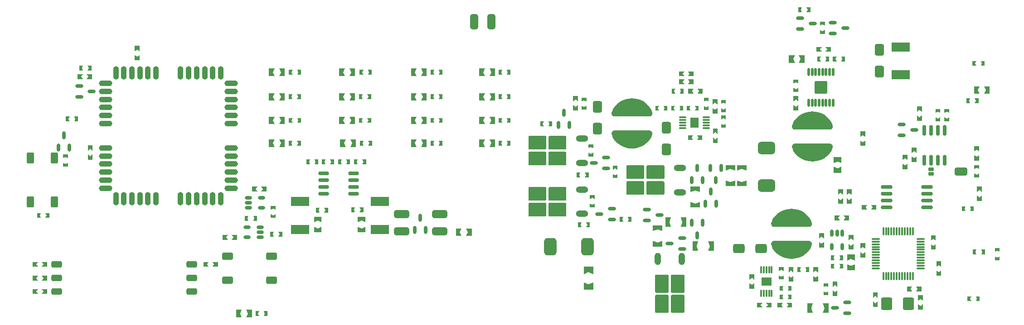
<source format=gtp>
G04*
G04 #@! TF.GenerationSoftware,Altium Limited,Altium Designer,19.1.6 (110)*
G04*
G04 Layer_Color=8421504*
%FSLAX24Y24*%
%MOIN*%
G70*
G01*
G75*
G04:AMPARAMS|DCode=25|XSize=96.5mil|YSize=90.6mil|CornerRadius=9.1mil|HoleSize=0mil|Usage=FLASHONLY|Rotation=90.000|XOffset=0mil|YOffset=0mil|HoleType=Round|Shape=RoundedRectangle|*
%AMROUNDEDRECTD25*
21,1,0.0965,0.0724,0,0,90.0*
21,1,0.0783,0.0906,0,0,90.0*
1,1,0.0181,0.0362,0.0392*
1,1,0.0181,0.0362,-0.0392*
1,1,0.0181,-0.0362,-0.0392*
1,1,0.0181,-0.0362,0.0392*
%
%ADD25ROUNDEDRECTD25*%
%ADD26O,0.0281X0.0591*%
G04:AMPARAMS|DCode=27|XSize=82.7mil|YSize=55.1mil|CornerRadius=13.8mil|HoleSize=0mil|Usage=FLASHONLY|Rotation=90.000|XOffset=0mil|YOffset=0mil|HoleType=Round|Shape=RoundedRectangle|*
%AMROUNDEDRECTD27*
21,1,0.0827,0.0276,0,0,90.0*
21,1,0.0551,0.0551,0,0,90.0*
1,1,0.0276,0.0138,0.0276*
1,1,0.0276,0.0138,-0.0276*
1,1,0.0276,-0.0138,-0.0276*
1,1,0.0276,-0.0138,0.0276*
%
%ADD27ROUNDEDRECTD27*%
%ADD28O,0.0800X0.0295*%
%ADD29O,0.0591X0.0281*%
%ADD30R,0.1339X0.0709*%
G04:AMPARAMS|DCode=31|XSize=86.6mil|YSize=68.9mil|CornerRadius=17.2mil|HoleSize=0mil|Usage=FLASHONLY|Rotation=270.000|XOffset=0mil|YOffset=0mil|HoleType=Round|Shape=RoundedRectangle|*
%AMROUNDEDRECTD31*
21,1,0.0866,0.0344,0,0,270.0*
21,1,0.0522,0.0689,0,0,270.0*
1,1,0.0344,-0.0172,-0.0261*
1,1,0.0344,-0.0172,0.0261*
1,1,0.0344,0.0172,0.0261*
1,1,0.0344,0.0172,-0.0261*
%
%ADD31ROUNDEDRECTD31*%
G04:AMPARAMS|DCode=32|XSize=110.2mil|YSize=59.1mil|CornerRadius=14.8mil|HoleSize=0mil|Usage=FLASHONLY|Rotation=0.000|XOffset=0mil|YOffset=0mil|HoleType=Round|Shape=RoundedRectangle|*
%AMROUNDEDRECTD32*
21,1,0.1102,0.0295,0,0,0.0*
21,1,0.0807,0.0591,0,0,0.0*
1,1,0.0295,0.0404,-0.0148*
1,1,0.0295,-0.0404,-0.0148*
1,1,0.0295,-0.0404,0.0148*
1,1,0.0295,0.0404,0.0148*
%
%ADD32ROUNDEDRECTD32*%
G04:AMPARAMS|DCode=33|XSize=82.7mil|YSize=55.1mil|CornerRadius=13.8mil|HoleSize=0mil|Usage=FLASHONLY|Rotation=0.000|XOffset=0mil|YOffset=0mil|HoleType=Round|Shape=RoundedRectangle|*
%AMROUNDEDRECTD33*
21,1,0.0827,0.0276,0,0,0.0*
21,1,0.0551,0.0551,0,0,0.0*
1,1,0.0276,0.0276,-0.0138*
1,1,0.0276,-0.0276,-0.0138*
1,1,0.0276,-0.0276,0.0138*
1,1,0.0276,0.0276,0.0138*
%
%ADD33ROUNDEDRECTD33*%
%ADD34O,0.0531X0.0236*%
G04:AMPARAMS|DCode=35|XSize=110.2mil|YSize=59.1mil|CornerRadius=14.8mil|HoleSize=0mil|Usage=FLASHONLY|Rotation=90.000|XOffset=0mil|YOffset=0mil|HoleType=Round|Shape=RoundedRectangle|*
%AMROUNDEDRECTD35*
21,1,0.1102,0.0295,0,0,90.0*
21,1,0.0807,0.0591,0,0,90.0*
1,1,0.0295,0.0148,0.0404*
1,1,0.0295,0.0148,-0.0404*
1,1,0.0295,-0.0148,-0.0404*
1,1,0.0295,-0.0148,0.0404*
%
%ADD35ROUNDEDRECTD35*%
%ADD36O,0.0984X0.0433*%
%ADD37O,0.0433X0.0984*%
%ADD38O,0.0177X0.0591*%
G04:AMPARAMS|DCode=39|XSize=128mil|YSize=90.6mil|CornerRadius=22.6mil|HoleSize=0mil|Usage=FLASHONLY|Rotation=180.000|XOffset=0mil|YOffset=0mil|HoleType=Round|Shape=RoundedRectangle|*
%AMROUNDEDRECTD39*
21,1,0.1280,0.0453,0,0,180.0*
21,1,0.0827,0.0906,0,0,180.0*
1,1,0.0453,-0.0413,0.0226*
1,1,0.0453,0.0413,0.0226*
1,1,0.0453,0.0413,-0.0226*
1,1,0.0453,-0.0413,-0.0226*
%
%ADD39ROUNDEDRECTD39*%
%ADD40O,0.0850X0.0295*%
%ADD41O,0.0236X0.0531*%
G04:AMPARAMS|DCode=42|XSize=43.3mil|YSize=23.6mil|CornerRadius=5.9mil|HoleSize=0mil|Usage=FLASHONLY|Rotation=0.000|XOffset=0mil|YOffset=0mil|HoleType=Round|Shape=RoundedRectangle|*
%AMROUNDEDRECTD42*
21,1,0.0433,0.0118,0,0,0.0*
21,1,0.0315,0.0236,0,0,0.0*
1,1,0.0118,0.0157,-0.0059*
1,1,0.0118,-0.0157,-0.0059*
1,1,0.0118,-0.0157,0.0059*
1,1,0.0118,0.0157,0.0059*
%
%ADD42ROUNDEDRECTD42*%
G04:AMPARAMS|DCode=43|XSize=94.5mil|YSize=59.1mil|CornerRadius=14.8mil|HoleSize=0mil|Usage=FLASHONLY|Rotation=0.000|XOffset=0mil|YOffset=0mil|HoleType=Round|Shape=RoundedRectangle|*
%AMROUNDEDRECTD43*
21,1,0.0945,0.0295,0,0,0.0*
21,1,0.0650,0.0591,0,0,0.0*
1,1,0.0295,0.0325,-0.0148*
1,1,0.0295,-0.0325,-0.0148*
1,1,0.0295,-0.0325,0.0148*
1,1,0.0295,0.0325,0.0148*
%
%ADD43ROUNDEDRECTD43*%
%ADD44O,0.0295X0.0800*%
%ADD45O,0.0630X0.0118*%
%ADD46O,0.0118X0.0630*%
G04:AMPARAMS|DCode=47|XSize=90.6mil|YSize=82.7mil|CornerRadius=12.4mil|HoleSize=0mil|Usage=FLASHONLY|Rotation=90.000|XOffset=0mil|YOffset=0mil|HoleType=Round|Shape=RoundedRectangle|*
%AMROUNDEDRECTD47*
21,1,0.0906,0.0579,0,0,90.0*
21,1,0.0657,0.0827,0,0,90.0*
1,1,0.0248,0.0289,0.0329*
1,1,0.0248,0.0289,-0.0329*
1,1,0.0248,-0.0289,-0.0329*
1,1,0.0248,-0.0289,0.0329*
%
%ADD47ROUNDEDRECTD47*%
%ADD48O,0.0906X0.0454*%
%ADD49O,0.0571X0.0118*%
%ADD50R,0.0610X0.0728*%
G04:AMPARAMS|DCode=51|XSize=86.6mil|YSize=68.9mil|CornerRadius=17.2mil|HoleSize=0mil|Usage=FLASHONLY|Rotation=0.000|XOffset=0mil|YOffset=0mil|HoleType=Round|Shape=RoundedRectangle|*
%AMROUNDEDRECTD51*
21,1,0.0866,0.0344,0,0,0.0*
21,1,0.0522,0.0689,0,0,0.0*
1,1,0.0344,0.0261,-0.0172*
1,1,0.0344,-0.0261,-0.0172*
1,1,0.0344,-0.0261,0.0172*
1,1,0.0344,0.0261,0.0172*
%
%ADD51ROUNDEDRECTD51*%
%ADD52O,0.0118X0.0571*%
%ADD53R,0.0728X0.0610*%
%ADD54O,0.0454X0.0906*%
G04:AMPARAMS|DCode=55|XSize=128mil|YSize=90.6mil|CornerRadius=22.6mil|HoleSize=0mil|Usage=FLASHONLY|Rotation=90.000|XOffset=0mil|YOffset=0mil|HoleType=Round|Shape=RoundedRectangle|*
%AMROUNDEDRECTD55*
21,1,0.1280,0.0453,0,0,90.0*
21,1,0.0827,0.0906,0,0,90.0*
1,1,0.0453,0.0226,0.0413*
1,1,0.0453,0.0226,-0.0413*
1,1,0.0453,-0.0226,-0.0413*
1,1,0.0453,-0.0226,0.0413*
%
%ADD55ROUNDEDRECTD55*%
G04:AMPARAMS|DCode=56|XSize=78.7mil|YSize=47.2mil|CornerRadius=11.8mil|HoleSize=0mil|Usage=FLASHONLY|Rotation=0.000|XOffset=0mil|YOffset=0mil|HoleType=Round|Shape=RoundedRectangle|*
%AMROUNDEDRECTD56*
21,1,0.0787,0.0236,0,0,0.0*
21,1,0.0551,0.0472,0,0,0.0*
1,1,0.0236,0.0276,-0.0118*
1,1,0.0236,-0.0276,-0.0118*
1,1,0.0236,-0.0276,0.0118*
1,1,0.0236,0.0276,0.0118*
%
%ADD56ROUNDEDRECTD56*%
G36*
X66545Y41634D02*
X66269D01*
X66348Y41811D01*
X66269Y41988D01*
X66545D01*
Y41634D01*
D02*
G37*
G36*
X65856Y41811D02*
X65935Y41634D01*
X65659D01*
Y41988D01*
X65935D01*
X65856Y41811D01*
D02*
G37*
G36*
X67612Y40661D02*
X67435Y40739D01*
X67258Y40661D01*
Y40936D01*
X67612D01*
Y40661D01*
D02*
G37*
G36*
Y40051D02*
X67258D01*
Y40326D01*
X67435Y40247D01*
X67612Y40326D01*
Y40051D01*
D02*
G37*
G36*
X17224Y38760D02*
X17047Y38878D01*
X16870Y38760D01*
Y39154D01*
X17224D01*
Y38760D01*
D02*
G37*
G36*
X68051Y38720D02*
X67657D01*
X67776Y38898D01*
X67657Y39075D01*
X68051D01*
Y38720D01*
D02*
G37*
G36*
X67264Y38898D02*
X67382Y38720D01*
X66988D01*
Y39075D01*
X67382D01*
X67264Y38898D01*
D02*
G37*
G36*
X17224Y38091D02*
X16870D01*
Y38484D01*
X17047Y38366D01*
X17224Y38484D01*
Y38091D01*
D02*
G37*
G36*
X69086Y38012D02*
X68811D01*
X68889Y38189D01*
X68811Y38366D01*
X69086D01*
Y38012D01*
D02*
G37*
G36*
X68397Y38189D02*
X68476Y38012D01*
X68201D01*
Y38366D01*
X68476D01*
X68397Y38189D01*
D02*
G37*
G36*
X67923Y38012D02*
X67648D01*
X67726Y38189D01*
X67648Y38366D01*
X67923D01*
Y38012D01*
D02*
G37*
G36*
X67234Y38189D02*
X67313Y38012D01*
X67038D01*
Y38366D01*
X67313D01*
X67234Y38189D01*
D02*
G37*
G36*
X66132Y37904D02*
X65679D01*
X65807Y38189D01*
X65679Y38474D01*
X66132D01*
Y37904D01*
D02*
G37*
G36*
X65295Y38189D02*
X65423Y37904D01*
X64970D01*
Y38474D01*
X65423D01*
X65295Y38189D01*
D02*
G37*
G36*
X79350Y37697D02*
X79075D01*
X79154Y37874D01*
X79075Y38051D01*
X79350D01*
Y37697D01*
D02*
G37*
G36*
X78662Y37874D02*
X78740Y37697D01*
X78465D01*
Y38051D01*
X78740D01*
X78662Y37874D01*
D02*
G37*
G36*
X13671Y37343D02*
X13395D01*
X13474Y37520D01*
X13395Y37697D01*
X13671D01*
Y37343D01*
D02*
G37*
G36*
X12982Y37520D02*
X13061Y37343D01*
X12785D01*
Y37697D01*
X13061D01*
X12982Y37520D01*
D02*
G37*
G36*
X44498Y37039D02*
X44222D01*
X44301Y37217D01*
X44222Y37394D01*
X44498D01*
Y37039D01*
D02*
G37*
G36*
X43809Y37217D02*
X43888Y37039D01*
X43612D01*
Y37394D01*
X43888D01*
X43809Y37217D01*
D02*
G37*
G36*
X39498Y37039D02*
X39222D01*
X39301Y37217D01*
X39222Y37394D01*
X39498D01*
Y37039D01*
D02*
G37*
G36*
X38809Y37217D02*
X38888Y37039D01*
X38612D01*
Y37394D01*
X38888D01*
X38809Y37217D01*
D02*
G37*
G36*
X34281Y37039D02*
X34006D01*
X34084Y37217D01*
X34006Y37394D01*
X34281D01*
Y37039D01*
D02*
G37*
G36*
X33593Y37217D02*
X33671Y37039D01*
X33396D01*
Y37394D01*
X33671D01*
X33593Y37217D01*
D02*
G37*
G36*
X29084Y37039D02*
X28809D01*
X28888Y37217D01*
X28809Y37394D01*
X29084D01*
Y37039D01*
D02*
G37*
G36*
X28396Y37217D02*
X28474Y37039D01*
X28199D01*
Y37394D01*
X28474D01*
X28396Y37217D01*
D02*
G37*
G36*
X43356Y36941D02*
X42943D01*
X43071Y37217D01*
X42943Y37492D01*
X43356D01*
Y36941D01*
D02*
G37*
G36*
X42480Y37217D02*
X42608Y36941D01*
X42195D01*
Y37492D01*
X42608D01*
X42480Y37217D01*
D02*
G37*
G36*
X38337Y36941D02*
X37923D01*
X38051Y37217D01*
X37923Y37492D01*
X38337D01*
Y36941D01*
D02*
G37*
G36*
X37461Y37217D02*
X37589Y36941D01*
X37175D01*
Y37492D01*
X37589D01*
X37461Y37217D01*
D02*
G37*
G36*
X33061Y36941D02*
X32648D01*
X32776Y37217D01*
X32648Y37492D01*
X33061D01*
Y36941D01*
D02*
G37*
G36*
X32185Y37217D02*
X32313Y36941D01*
X31900D01*
Y37492D01*
X32313D01*
X32185Y37217D01*
D02*
G37*
G36*
X27894Y36941D02*
X27480D01*
X27608Y37217D01*
X27480Y37492D01*
X27894D01*
Y36941D01*
D02*
G37*
G36*
X27018Y37217D02*
X27146Y36941D01*
X26732D01*
Y37492D01*
X27146D01*
X27018Y37217D01*
D02*
G37*
G36*
X57943Y36929D02*
X57549D01*
X57667Y37106D01*
X57549Y37283D01*
X57943D01*
Y36929D01*
D02*
G37*
G36*
X57156Y37106D02*
X57274Y36929D01*
X56880D01*
Y37283D01*
X57274D01*
X57156Y37106D01*
D02*
G37*
G36*
X13720Y36713D02*
X13327D01*
X13445Y36890D01*
X13327Y37067D01*
X13720D01*
Y36713D01*
D02*
G37*
G36*
X12933Y36890D02*
X13051Y36713D01*
X12657D01*
Y37067D01*
X13051D01*
X12933Y36890D01*
D02*
G37*
G36*
X65650Y36388D02*
X65472Y36466D01*
X65295Y36388D01*
Y36663D01*
X65650D01*
Y36388D01*
D02*
G37*
G36*
X57946Y36334D02*
X57552D01*
X57670Y36511D01*
X57552Y36688D01*
X57946D01*
Y36334D01*
D02*
G37*
G36*
X57158Y36511D02*
X57277Y36334D01*
X56883D01*
Y36688D01*
X57277D01*
X57158Y36511D01*
D02*
G37*
G36*
X65650Y35778D02*
X65295D01*
Y36053D01*
X65472Y35974D01*
X65650Y36053D01*
Y35778D01*
D02*
G37*
G36*
X58632Y35650D02*
X58238D01*
X58356Y35827D01*
X58238Y36004D01*
X58632D01*
Y35650D01*
D02*
G37*
G36*
X57844Y35827D02*
X57963Y35650D01*
X57569D01*
Y36004D01*
X57963D01*
X57844Y35827D01*
D02*
G37*
G36*
X57224Y35650D02*
X56949D01*
X57028Y35827D01*
X56949Y36004D01*
X57224D01*
Y35650D01*
D02*
G37*
G36*
X56536Y35827D02*
X56614Y35650D01*
X56339D01*
Y36004D01*
X56614D01*
X56536Y35827D01*
D02*
G37*
G36*
X79734Y35630D02*
X79321D01*
X79449Y35906D01*
X79321Y36181D01*
X79734D01*
Y35630D01*
D02*
G37*
G36*
X78858Y35906D02*
X78986Y35630D01*
X78573D01*
Y36181D01*
X78986D01*
X78858Y35906D01*
D02*
G37*
G36*
X44498Y35236D02*
X44222D01*
X44301Y35413D01*
X44222Y35591D01*
X44498D01*
Y35236D01*
D02*
G37*
G36*
X43809Y35413D02*
X43888Y35236D01*
X43612D01*
Y35591D01*
X43888D01*
X43809Y35413D01*
D02*
G37*
G36*
X39498Y35236D02*
X39222D01*
X39301Y35413D01*
X39222Y35591D01*
X39498D01*
Y35236D01*
D02*
G37*
G36*
X38809Y35413D02*
X38888Y35236D01*
X38612D01*
Y35591D01*
X38888D01*
X38809Y35413D01*
D02*
G37*
G36*
X34242Y35236D02*
X33966D01*
X34045Y35413D01*
X33966Y35591D01*
X34242D01*
Y35236D01*
D02*
G37*
G36*
X33553Y35413D02*
X33632Y35236D01*
X33356D01*
Y35591D01*
X33632D01*
X33553Y35413D01*
D02*
G37*
G36*
X29075Y35236D02*
X28799D01*
X28878Y35413D01*
X28799Y35591D01*
X29075D01*
Y35236D01*
D02*
G37*
G36*
X28386Y35413D02*
X28465Y35236D01*
X28189D01*
Y35591D01*
X28465D01*
X28386Y35413D01*
D02*
G37*
G36*
X43356Y35130D02*
X42943D01*
X43071Y35406D01*
X42943Y35681D01*
X43356D01*
Y35130D01*
D02*
G37*
G36*
X42480Y35406D02*
X42608Y35130D01*
X42195D01*
Y35681D01*
X42608D01*
X42480Y35406D01*
D02*
G37*
G36*
X38337Y35130D02*
X37923D01*
X38051Y35406D01*
X37923Y35681D01*
X38337D01*
Y35130D01*
D02*
G37*
G36*
X37461Y35406D02*
X37589Y35130D01*
X37175D01*
Y35681D01*
X37589D01*
X37461Y35406D01*
D02*
G37*
G36*
X33061Y35130D02*
X32648D01*
X32776Y35406D01*
X32648Y35681D01*
X33061D01*
Y35130D01*
D02*
G37*
G36*
X32185Y35406D02*
X32313Y35130D01*
X31900D01*
Y35681D01*
X32313D01*
X32185Y35406D01*
D02*
G37*
G36*
X27894Y35130D02*
X27480D01*
X27608Y35406D01*
X27480Y35681D01*
X27894D01*
Y35130D01*
D02*
G37*
G36*
X27018Y35406D02*
X27146Y35130D01*
X26732D01*
Y35681D01*
X27146D01*
X27018Y35406D01*
D02*
G37*
G36*
X49449Y35069D02*
X49272Y35187D01*
X49094Y35069D01*
Y35463D01*
X49449D01*
Y35069D01*
D02*
G37*
G36*
X50079Y35069D02*
X49902Y35148D01*
X49724Y35069D01*
Y35344D01*
X50079D01*
Y35069D01*
D02*
G37*
G36*
X65650Y35069D02*
X65472Y35187D01*
X65295Y35069D01*
Y35463D01*
X65650D01*
Y35069D01*
D02*
G37*
G36*
X59065Y35056D02*
X58888Y35135D01*
X58711Y35056D01*
Y35332D01*
X59065D01*
Y35056D01*
D02*
G37*
G36*
X78907Y34941D02*
X78632D01*
X78710Y35118D01*
X78632Y35295D01*
X78907D01*
Y34941D01*
D02*
G37*
G36*
X78218Y35118D02*
X78297Y34941D01*
X78022D01*
Y35295D01*
X78297D01*
X78218Y35118D01*
D02*
G37*
G36*
X60335Y34889D02*
X60157Y34968D01*
X59980Y34889D01*
Y35165D01*
X60335D01*
Y34889D01*
D02*
G37*
G36*
X59705Y34850D02*
X59528Y34968D01*
X59350Y34850D01*
Y35243D01*
X59705D01*
Y34850D01*
D02*
G37*
G36*
X49449Y34400D02*
X49094D01*
Y34793D01*
X49272Y34675D01*
X49449Y34793D01*
Y34400D01*
D02*
G37*
G36*
X65650Y34400D02*
X65295D01*
Y34793D01*
X65472Y34675D01*
X65650Y34793D01*
Y34400D01*
D02*
G37*
G36*
X50079Y34459D02*
X49724D01*
Y34734D01*
X49902Y34656D01*
X50079Y34734D01*
Y34459D01*
D02*
G37*
G36*
X59065Y34446D02*
X58711D01*
Y34722D01*
X58888Y34643D01*
X59065Y34722D01*
Y34446D01*
D02*
G37*
G36*
X60335Y34279D02*
X59980D01*
Y34555D01*
X60157Y34476D01*
X60335Y34555D01*
Y34279D01*
D02*
G37*
G36*
X59705Y34180D02*
X59350D01*
Y34574D01*
X59528Y34456D01*
X59705Y34574D01*
Y34180D01*
D02*
G37*
G36*
X58337Y34390D02*
X58061D01*
X58140Y34567D01*
X58061Y34744D01*
X58337D01*
Y34390D01*
D02*
G37*
G36*
X57648Y34567D02*
X57727Y34390D01*
X57451D01*
Y34744D01*
X57727D01*
X57648Y34567D01*
D02*
G37*
G36*
X57190Y34390D02*
X56914D01*
X56993Y34567D01*
X56914Y34744D01*
X57190D01*
Y34390D01*
D02*
G37*
G36*
X56501Y34567D02*
X56580Y34390D01*
X56304D01*
Y34744D01*
X56580D01*
X56501Y34567D01*
D02*
G37*
G36*
X56024Y34390D02*
X55748D01*
X55827Y34567D01*
X55748Y34744D01*
X56024D01*
Y34390D01*
D02*
G37*
G36*
X55335Y34567D02*
X55414Y34390D01*
X55138D01*
Y34744D01*
X55414D01*
X55335Y34567D01*
D02*
G37*
G36*
X74744Y34311D02*
X74567Y34429D01*
X74390Y34311D01*
Y34705D01*
X74744D01*
Y34311D01*
D02*
G37*
G36*
X76756Y34222D02*
X76579Y34301D01*
X76402Y34222D01*
Y34498D01*
X76756D01*
Y34222D01*
D02*
G37*
G36*
X76101D02*
X75924Y34301D01*
X75747Y34222D01*
Y34498D01*
X76101D01*
Y34222D01*
D02*
G37*
G36*
X53648Y35272D02*
X53866Y35228D01*
X54076Y35155D01*
X54275Y35055D01*
X54459Y34930D01*
X54625Y34780D01*
X54627Y34778D01*
X54733Y34652D01*
X54817Y34510D01*
X54878Y34357D01*
X54920Y34223D01*
X54929Y34150D01*
X54910Y34079D01*
X54866Y34020D01*
X54804Y33981D01*
X54732Y33967D01*
X52126D01*
X52052Y33981D01*
X51988Y34022D01*
X51943Y34083D01*
X51924Y34156D01*
X51933Y34231D01*
X51973Y34360D01*
X52034Y34511D01*
X52117Y34651D01*
X52221Y34776D01*
X52225Y34780D01*
X52391Y34930D01*
X52575Y35055D01*
X52774Y35155D01*
X52985Y35228D01*
X53203Y35272D01*
X53425Y35287D01*
X53648Y35272D01*
D02*
G37*
G36*
X74744Y33642D02*
X74390D01*
Y34035D01*
X74567Y33917D01*
X74744Y34035D01*
Y33642D01*
D02*
G37*
G36*
X76756Y33612D02*
X76402D01*
Y33888D01*
X76579Y33809D01*
X76756Y33888D01*
Y33612D01*
D02*
G37*
G36*
X76101D02*
X75747D01*
Y33888D01*
X75924Y33809D01*
X76101Y33888D01*
Y33612D01*
D02*
G37*
G36*
X60335Y33750D02*
X60157Y33829D01*
X59980Y33750D01*
Y34026D01*
X60335D01*
Y33750D01*
D02*
G37*
G36*
X12687Y33602D02*
X12411D01*
X12490Y33780D01*
X12411Y33957D01*
X12687D01*
Y33602D01*
D02*
G37*
G36*
X11998Y33780D02*
X12077Y33602D01*
X11801D01*
Y33957D01*
X12077D01*
X11998Y33780D01*
D02*
G37*
G36*
X44498Y33488D02*
X44222D01*
X44301Y33665D01*
X44222Y33843D01*
X44498D01*
Y33488D01*
D02*
G37*
G36*
X43809Y33665D02*
X43888Y33488D01*
X43612D01*
Y33843D01*
X43888D01*
X43809Y33665D01*
D02*
G37*
G36*
X39498Y33488D02*
X39222D01*
X39301Y33665D01*
X39222Y33843D01*
X39498D01*
Y33488D01*
D02*
G37*
G36*
X38809Y33665D02*
X38888Y33488D01*
X38612D01*
Y33843D01*
X38888D01*
X38809Y33665D01*
D02*
G37*
G36*
X34242Y33488D02*
X33966D01*
X34045Y33665D01*
X33966Y33843D01*
X34242D01*
Y33488D01*
D02*
G37*
G36*
X33553Y33665D02*
X33632Y33488D01*
X33356D01*
Y33843D01*
X33632D01*
X33553Y33665D01*
D02*
G37*
G36*
X29085Y33488D02*
X28809D01*
X28888Y33665D01*
X28809Y33843D01*
X29085D01*
Y33488D01*
D02*
G37*
G36*
X28396Y33665D02*
X28475Y33488D01*
X28199D01*
Y33843D01*
X28475D01*
X28396Y33665D01*
D02*
G37*
G36*
X43356Y33390D02*
X42943D01*
X43071Y33665D01*
X42943Y33941D01*
X43356D01*
Y33390D01*
D02*
G37*
G36*
X42480Y33665D02*
X42608Y33390D01*
X42195D01*
Y33941D01*
X42608D01*
X42480Y33665D01*
D02*
G37*
G36*
X38337Y33390D02*
X37923D01*
X38051Y33665D01*
X37923Y33941D01*
X38337D01*
Y33390D01*
D02*
G37*
G36*
X37461Y33665D02*
X37589Y33390D01*
X37175D01*
Y33941D01*
X37589D01*
X37461Y33665D01*
D02*
G37*
G36*
X33061Y33390D02*
X32648D01*
X32776Y33665D01*
X32648Y33941D01*
X33061D01*
Y33390D01*
D02*
G37*
G36*
X32185Y33665D02*
X32313Y33390D01*
X31900D01*
Y33941D01*
X32313D01*
X32185Y33665D01*
D02*
G37*
G36*
X27894Y33390D02*
X27480D01*
X27608Y33665D01*
X27480Y33941D01*
X27894D01*
Y33390D01*
D02*
G37*
G36*
X27018Y33665D02*
X27146Y33390D01*
X26732D01*
Y33941D01*
X27146D01*
X27018Y33665D01*
D02*
G37*
G36*
X60335Y33140D02*
X59980D01*
Y33416D01*
X60157Y33337D01*
X60335Y33416D01*
Y33140D01*
D02*
G37*
G36*
X47559Y33238D02*
X47283D01*
X47362Y33415D01*
X47283Y33593D01*
X47559D01*
Y33238D01*
D02*
G37*
G36*
X46870Y33415D02*
X46949Y33238D01*
X46673D01*
Y33593D01*
X46949D01*
X46870Y33415D01*
D02*
G37*
G36*
X66915Y34308D02*
X67134Y34264D01*
X67344Y34191D01*
X67543Y34091D01*
X67727Y33965D01*
X67893Y33816D01*
X67895Y33814D01*
X68000Y33687D01*
X68085Y33546D01*
X68146Y33393D01*
X68188Y33259D01*
X68196Y33186D01*
X68177Y33115D01*
X68134Y33056D01*
X68072Y33016D01*
X68000Y33003D01*
X65394D01*
X65320Y33017D01*
X65256Y33057D01*
X65211Y33118D01*
X65192Y33191D01*
X65200Y33266D01*
X65241Y33396D01*
X65301Y33547D01*
X65385Y33686D01*
X65489Y33811D01*
X65493Y33816D01*
X65659Y33965D01*
X65843Y34091D01*
X66042Y34191D01*
X66252Y34264D01*
X66471Y34308D01*
X66693Y34323D01*
X66915Y34308D01*
D02*
G37*
G36*
X59732Y32670D02*
X59554Y32788D01*
X59377Y32670D01*
Y33064D01*
X59732D01*
Y32670D01*
D02*
G37*
G36*
X48556Y32524D02*
X48586Y32494D01*
X48603Y32454D01*
X48603Y32432D01*
X48603Y32432D01*
X48603Y31635D01*
X48602Y31613D01*
X48585Y31573D01*
X48554Y31543D01*
X48513Y31527D01*
X48492Y31527D01*
X48492Y31527D01*
X47391Y31527D01*
X47370Y31528D01*
X47330Y31545D01*
X47299Y31576D01*
X47284Y31616D01*
X47284Y31638D01*
X47284Y32433D01*
Y32443D01*
X47288Y32464D01*
X47296Y32483D01*
X47308Y32500D01*
X47315Y32508D01*
X47315Y32508D01*
X47323Y32516D01*
X47341Y32528D01*
X47362Y32537D01*
X47384Y32541D01*
X47395Y32541D01*
X47395Y32541D01*
X48494Y32541D01*
X48516Y32541D01*
X48556Y32524D01*
D02*
G37*
G36*
X70571Y32461D02*
X70394Y32579D01*
X70217Y32461D01*
Y32854D01*
X70571D01*
Y32461D01*
D02*
G37*
G36*
X59732Y32001D02*
X59377D01*
Y32395D01*
X59554Y32277D01*
X59732Y32395D01*
Y32001D01*
D02*
G37*
G36*
X58602Y32224D02*
X58209D01*
X58327Y32402D01*
X58209Y32579D01*
X58602D01*
Y32224D01*
D02*
G37*
G36*
X57815Y32402D02*
X57933Y32224D01*
X57539D01*
Y32579D01*
X57933D01*
X57815Y32402D01*
D02*
G37*
G36*
X70571Y31791D02*
X70217D01*
Y32185D01*
X70394Y32067D01*
X70571Y32185D01*
Y31791D01*
D02*
G37*
G36*
X44498Y31811D02*
X44222D01*
X44301Y31988D01*
X44222Y32165D01*
X44498D01*
Y31811D01*
D02*
G37*
G36*
X43809Y31988D02*
X43888Y31811D01*
X43612D01*
Y32165D01*
X43888D01*
X43809Y31988D01*
D02*
G37*
G36*
X39498Y31811D02*
X39222D01*
X39301Y31988D01*
X39222Y32165D01*
X39498D01*
Y31811D01*
D02*
G37*
G36*
X38809Y31988D02*
X38888Y31811D01*
X38612D01*
Y32165D01*
X38888D01*
X38809Y31988D01*
D02*
G37*
G36*
X34311Y31811D02*
X34035D01*
X34114Y31988D01*
X34035Y32165D01*
X34311D01*
Y31811D01*
D02*
G37*
G36*
X33622Y31988D02*
X33701Y31811D01*
X33425D01*
Y32165D01*
X33701D01*
X33622Y31988D01*
D02*
G37*
G36*
X29075Y31811D02*
X28799D01*
X28878Y31988D01*
X28799Y32165D01*
X29075D01*
Y31811D01*
D02*
G37*
G36*
X28386Y31988D02*
X28465Y31811D01*
X28189D01*
Y32165D01*
X28465D01*
X28386Y31988D01*
D02*
G37*
G36*
X43356Y31713D02*
X42943D01*
X43071Y31988D01*
X42943Y32264D01*
X43356D01*
Y31713D01*
D02*
G37*
G36*
X42480Y31988D02*
X42608Y31713D01*
X42195D01*
Y32264D01*
X42608D01*
X42480Y31988D01*
D02*
G37*
G36*
X38337Y31713D02*
X37923D01*
X38051Y31988D01*
X37923Y32264D01*
X38337D01*
Y31713D01*
D02*
G37*
G36*
X37461Y31988D02*
X37589Y31713D01*
X37175D01*
Y32264D01*
X37589D01*
X37461Y31988D01*
D02*
G37*
G36*
X33130Y31713D02*
X32717D01*
X32844Y31988D01*
X32717Y32264D01*
X33130D01*
Y31713D01*
D02*
G37*
G36*
X32254Y31988D02*
X32382Y31713D01*
X31969D01*
Y32264D01*
X32382D01*
X32254Y31988D01*
D02*
G37*
G36*
X27894Y31713D02*
X27480D01*
X27608Y31988D01*
X27480Y32264D01*
X27894D01*
Y31713D01*
D02*
G37*
G36*
X27018Y31988D02*
X27146Y31713D01*
X26732D01*
Y32264D01*
X27146D01*
X27018Y31988D01*
D02*
G37*
G36*
X50571Y31624D02*
X50394Y31703D01*
X50217Y31624D01*
Y31899D01*
X50571D01*
Y31624D01*
D02*
G37*
G36*
X54798Y32908D02*
X54862Y32868D01*
X54907Y32807D01*
X54926Y32734D01*
X54918Y32659D01*
X54877Y32529D01*
X54817Y32379D01*
X54733Y32239D01*
X54629Y32114D01*
X54625Y32109D01*
X54459Y31960D01*
X54275Y31835D01*
X54076Y31734D01*
X53866Y31662D01*
X53647Y31617D01*
X53425Y31602D01*
X53203Y31617D01*
X52985Y31662D01*
X52774Y31734D01*
X52575Y31835D01*
X52391Y31960D01*
X52225Y32109D01*
X52223Y32112D01*
X52118Y32238D01*
X52034Y32380D01*
X51972Y32532D01*
X51930Y32667D01*
X51922Y32739D01*
X51941Y32810D01*
X51984Y32870D01*
X52046Y32909D01*
X52118Y32922D01*
X54724D01*
X54798Y32908D01*
D02*
G37*
G36*
X45919Y32541D02*
X47019D01*
X47041Y32540D01*
X47081Y32523D01*
X47111Y32492D01*
X47127Y32451D01*
X47126Y32430D01*
X47126Y32430D01*
X47126Y31635D01*
Y31625D01*
X47122Y31604D01*
X47114Y31585D01*
X47103Y31567D01*
X47095Y31560D01*
X47095Y31560D01*
X47087Y31552D01*
X47069Y31540D01*
X47048Y31531D01*
X47027Y31527D01*
X47015Y31527D01*
X47015Y31527D01*
X45916Y31527D01*
X45895Y31527D01*
X45855Y31543D01*
X45824Y31574D01*
X45807Y31614D01*
X45807Y31636D01*
X45807Y31636D01*
X45807Y32433D01*
X45808Y32455D01*
X45825Y32495D01*
X45856Y32525D01*
X45897Y32541D01*
X45919Y32541D01*
D02*
G37*
G36*
X13760Y31437D02*
X13583Y31555D01*
X13406Y31437D01*
Y31831D01*
X13760D01*
Y31437D01*
D02*
G37*
G36*
X78957Y31388D02*
X78780Y31506D01*
X78602Y31388D01*
Y31781D01*
X78957D01*
Y31388D01*
D02*
G37*
G36*
X74350Y31280D02*
X74173Y31398D01*
X73996Y31280D01*
Y31673D01*
X74350D01*
Y31280D01*
D02*
G37*
G36*
X50571Y31014D02*
X50217D01*
Y31289D01*
X50394Y31211D01*
X50571Y31289D01*
Y31014D01*
D02*
G37*
G36*
X13760Y30768D02*
X13406D01*
Y31161D01*
X13583Y31043D01*
X13760Y31161D01*
Y30768D01*
D02*
G37*
G36*
X78957Y30719D02*
X78602D01*
Y31112D01*
X78780Y30994D01*
X78957Y31112D01*
Y30719D01*
D02*
G37*
G36*
X11939Y30886D02*
X11762Y30965D01*
X11585Y30886D01*
Y31161D01*
X11939D01*
Y30886D01*
D02*
G37*
G36*
X74350Y30610D02*
X73996D01*
Y31004D01*
X74173Y30886D01*
X74350Y31004D01*
Y30610D01*
D02*
G37*
G36*
X73681Y30754D02*
X73504Y30872D01*
X73327Y30754D01*
Y31148D01*
X73681D01*
Y30754D01*
D02*
G37*
G36*
X68066Y31944D02*
X68130Y31903D01*
X68175Y31843D01*
X68194Y31769D01*
X68185Y31694D01*
X68145Y31565D01*
X68084Y31414D01*
X68001Y31274D01*
X67897Y31149D01*
X67893Y31145D01*
X67727Y30996D01*
X67543Y30870D01*
X67344Y30770D01*
X67134Y30697D01*
X66915Y30653D01*
X66693Y30638D01*
X66471Y30653D01*
X66252Y30697D01*
X66042Y30770D01*
X65843Y30870D01*
X65659Y30996D01*
X65493Y31145D01*
X65491Y31147D01*
X65386Y31274D01*
X65301Y31415D01*
X65240Y31568D01*
X65198Y31702D01*
X65190Y31775D01*
X65208Y31846D01*
X65252Y31905D01*
X65314Y31944D01*
X65386Y31958D01*
X67992D01*
X68066Y31944D01*
D02*
G37*
G36*
X68829Y30522D02*
X68543Y30650D01*
X68258Y30522D01*
Y30974D01*
X68829D01*
Y30522D01*
D02*
G37*
G36*
X11939Y30276D02*
X11585D01*
Y30551D01*
X11762Y30473D01*
X11939Y30551D01*
Y30276D01*
D02*
G37*
G36*
X33878Y30439D02*
X33602D01*
X33681Y30617D01*
X33602Y30794D01*
X33878D01*
Y30439D01*
D02*
G37*
G36*
X33189Y30617D02*
X33268Y30439D01*
X32992D01*
Y30794D01*
X33268D01*
X33189Y30617D01*
D02*
G37*
G36*
X32697Y30439D02*
X32421D01*
X32500Y30617D01*
X32421Y30794D01*
X32697D01*
Y30439D01*
D02*
G37*
G36*
X32008Y30617D02*
X32087Y30439D01*
X31811D01*
Y30794D01*
X32087D01*
X32008Y30617D01*
D02*
G37*
G36*
X31506Y30439D02*
X31230D01*
X31309Y30617D01*
X31230Y30794D01*
X31506D01*
Y30439D01*
D02*
G37*
G36*
X30817Y30617D02*
X30896Y30439D01*
X30620D01*
Y30794D01*
X30896D01*
X30817Y30617D01*
D02*
G37*
G36*
X30364Y30439D02*
X30088D01*
X30167Y30617D01*
X30088Y30794D01*
X30364D01*
Y30439D01*
D02*
G37*
G36*
X29675Y30617D02*
X29754Y30439D01*
X29478D01*
Y30794D01*
X29754D01*
X29675Y30617D01*
D02*
G37*
G36*
X55760Y30355D02*
X55791Y30324D01*
X55807Y30284D01*
X55807Y30263D01*
X55807Y30263D01*
X55807Y29465D01*
X55807Y29444D01*
X55790Y29404D01*
X55759Y29373D01*
X55718Y29357D01*
X55696Y29358D01*
X55696Y29358D01*
X54596Y29358D01*
X54574Y29358D01*
X54534Y29375D01*
X54504Y29406D01*
X54488Y29447D01*
X54489Y29469D01*
X54489Y30263D01*
Y30274D01*
X54493Y30294D01*
X54501Y30313D01*
X54512Y30331D01*
X54520Y30338D01*
X54520Y30338D01*
X54528Y30346D01*
X54546Y30358D01*
X54567Y30367D01*
X54588Y30371D01*
X54600Y30371D01*
X54600Y30371D01*
X55699Y30371D01*
X55720Y30371D01*
X55760Y30355D01*
D02*
G37*
G36*
X73681Y30085D02*
X73327D01*
Y30479D01*
X73504Y30361D01*
X73681Y30479D01*
Y30085D01*
D02*
G37*
G36*
X47395Y31370D02*
X48495D01*
X48517Y31370D01*
X48557Y31352D01*
X48587Y31321D01*
X48603Y31281D01*
X48602Y31259D01*
X48602Y31259D01*
X48602Y30464D01*
Y30454D01*
X48598Y30433D01*
X48590Y30414D01*
X48579Y30397D01*
X48571Y30389D01*
X48571Y30389D01*
X48563Y30382D01*
X48545Y30369D01*
X48524Y30361D01*
X48503Y30356D01*
X48491Y30356D01*
X48491Y30356D01*
X47392Y30356D01*
X47371Y30356D01*
X47331Y30373D01*
X47300Y30403D01*
X47284Y30443D01*
X47284Y30465D01*
X47284Y30465D01*
X47284Y31262D01*
X47284Y31284D01*
X47301Y31324D01*
X47332Y31354D01*
X47373Y31370D01*
X47395Y31370D01*
D02*
G37*
G36*
X45919D02*
X47019D01*
X47041Y31370D01*
X47081Y31352D01*
X47111Y31321D01*
X47127Y31281D01*
X47126Y31259D01*
X47126Y31259D01*
X47126Y30464D01*
Y30454D01*
X47122Y30433D01*
X47114Y30414D01*
X47103Y30397D01*
X47095Y30389D01*
X47095Y30389D01*
X47087Y30382D01*
X47069Y30369D01*
X47048Y30361D01*
X47027Y30356D01*
X47015Y30356D01*
X47015Y30356D01*
X45916Y30356D01*
X45895Y30356D01*
X45855Y30373D01*
X45824Y30403D01*
X45807Y30443D01*
X45807Y30465D01*
X45807Y30465D01*
X45807Y31262D01*
X45808Y31284D01*
X45825Y31324D01*
X45856Y31354D01*
X45897Y31370D01*
X45919Y31370D01*
D02*
G37*
G36*
X68829Y29813D02*
X68258D01*
Y30266D01*
X68543Y30138D01*
X68829Y30266D01*
Y29813D01*
D02*
G37*
G36*
X78957Y30088D02*
X78780Y30167D01*
X78602Y30088D01*
Y30364D01*
X78957D01*
Y30088D01*
D02*
G37*
G36*
X52365Y30049D02*
X52188Y30128D01*
X52010Y30049D01*
Y30325D01*
X52365D01*
Y30049D01*
D02*
G37*
G36*
X61841Y29970D02*
X61496Y30089D01*
X61152Y29970D01*
Y30384D01*
X61841D01*
Y29970D01*
D02*
G37*
G36*
X61014D02*
X60669Y30089D01*
X60325Y29970D01*
Y30384D01*
X61014D01*
Y29970D01*
D02*
G37*
G36*
X78957Y29478D02*
X78602D01*
Y29754D01*
X78780Y29675D01*
X78957Y29754D01*
Y29478D01*
D02*
G37*
G36*
X52365Y29439D02*
X52010D01*
Y29715D01*
X52188Y29636D01*
X52365Y29715D01*
Y29439D01*
D02*
G37*
G36*
X50246Y29469D02*
X49970D01*
X50049Y29646D01*
X49970Y29823D01*
X50246D01*
Y29469D01*
D02*
G37*
G36*
X49557Y29646D02*
X49636Y29469D01*
X49360D01*
Y29823D01*
X49636D01*
X49557Y29646D01*
D02*
G37*
G36*
X53123Y30371D02*
X54224D01*
X54245Y30371D01*
X54285Y30353D01*
X54315Y30322D01*
X54331Y30282D01*
X54331Y30260D01*
X54331Y30260D01*
X54331Y29465D01*
Y29455D01*
X54327Y29434D01*
X54319Y29415D01*
X54307Y29398D01*
X54300Y29390D01*
X54300Y29390D01*
X54292Y29382D01*
X54274Y29370D01*
X54253Y29362D01*
X54231Y29357D01*
X54220Y29357D01*
X54220Y29357D01*
X53121Y29357D01*
X53099Y29357D01*
X53059Y29374D01*
X53029Y29404D01*
X53012Y29444D01*
X53012Y29466D01*
X53012Y29466D01*
X53012Y30263D01*
X53013Y30285D01*
X53030Y30325D01*
X53061Y30355D01*
X53101Y30371D01*
X53123Y30371D01*
D02*
G37*
G36*
X61841Y28829D02*
X61152D01*
Y29242D01*
X61496Y29124D01*
X61841Y29242D01*
Y28829D01*
D02*
G37*
G36*
X61014D02*
X60325D01*
Y29242D01*
X60669Y29124D01*
X61014Y29242D01*
Y28829D01*
D02*
G37*
G36*
X48556Y28760D02*
X48586Y28729D01*
X48603Y28689D01*
X48603Y28668D01*
X48603Y28668D01*
X48603Y27870D01*
X48602Y27849D01*
X48585Y27809D01*
X48554Y27778D01*
X48513Y27762D01*
X48492Y27762D01*
X48492Y27762D01*
X47391Y27762D01*
X47370Y27763D01*
X47330Y27780D01*
X47299Y27811D01*
X47284Y27852D01*
X47284Y27874D01*
X47284Y28668D01*
Y28679D01*
X47288Y28699D01*
X47296Y28718D01*
X47308Y28736D01*
X47315Y28743D01*
X47315Y28743D01*
X47323Y28751D01*
X47341Y28763D01*
X47362Y28772D01*
X47384Y28776D01*
X47395Y28776D01*
X47395Y28776D01*
X48494Y28776D01*
X48516Y28776D01*
X48556Y28760D01*
D02*
G37*
G36*
X26555Y28435D02*
X26161D01*
X26280Y28612D01*
X26161Y28789D01*
X26555D01*
Y28435D01*
D02*
G37*
G36*
X25768Y28612D02*
X25886Y28435D01*
X25492D01*
Y28789D01*
X25886D01*
X25768Y28612D01*
D02*
G37*
G36*
X79154Y28406D02*
X78976Y28524D01*
X78799Y28406D01*
Y28799D01*
X79154D01*
Y28406D01*
D02*
G37*
G36*
X58415Y28396D02*
X58071Y28514D01*
X57726Y28396D01*
Y28809D01*
X58415D01*
Y28396D01*
D02*
G37*
G36*
X68947Y28209D02*
X68770Y28327D01*
X68593Y28209D01*
Y28602D01*
X68947D01*
Y28209D01*
D02*
G37*
G36*
X69577Y28199D02*
X69400Y28317D01*
X69222Y28199D01*
Y28593D01*
X69577D01*
Y28199D01*
D02*
G37*
G36*
X54599Y29200D02*
X55700D01*
X55721Y29200D01*
X55761Y29183D01*
X55792Y29152D01*
X55807Y29111D01*
X55807Y29089D01*
X55807Y29089D01*
X55807Y28295D01*
Y28284D01*
X55803Y28264D01*
X55795Y28245D01*
X55783Y28227D01*
X55776Y28220D01*
X55776Y28220D01*
X55768Y28212D01*
X55750Y28200D01*
X55729Y28191D01*
X55707Y28187D01*
X55696Y28187D01*
X55696Y28187D01*
X54597Y28187D01*
X54575Y28187D01*
X54535Y28203D01*
X54505Y28234D01*
X54488Y28274D01*
X54488Y28295D01*
X54488Y28295D01*
X54488Y29093D01*
X54489Y29114D01*
X54506Y29154D01*
X54537Y29185D01*
X54577Y29201D01*
X54599Y29200D01*
D02*
G37*
G36*
X53123D02*
X54224D01*
X54245Y29200D01*
X54285Y29183D01*
X54315Y29152D01*
X54331Y29111D01*
X54331Y29089D01*
X54331Y29089D01*
X54331Y28295D01*
Y28284D01*
X54327Y28264D01*
X54319Y28245D01*
X54307Y28227D01*
X54300Y28220D01*
X54300Y28220D01*
X54292Y28212D01*
X54274Y28200D01*
X54253Y28191D01*
X54231Y28187D01*
X54220Y28187D01*
X54220Y28187D01*
X53121Y28187D01*
X53099Y28187D01*
X53059Y28203D01*
X53029Y28234D01*
X53012Y28274D01*
X53012Y28295D01*
X53012Y28295D01*
X53012Y29093D01*
X53013Y29114D01*
X53030Y29154D01*
X53061Y29185D01*
X53101Y29201D01*
X53123Y29200D01*
D02*
G37*
G36*
X79154Y27736D02*
X78799D01*
Y28130D01*
X78976Y28012D01*
X79154Y28130D01*
Y27736D01*
D02*
G37*
G36*
X50689Y27884D02*
X50512Y27962D01*
X50335Y27884D01*
Y28159D01*
X50689D01*
Y27884D01*
D02*
G37*
G36*
X68947Y27539D02*
X68593D01*
Y27933D01*
X68770Y27815D01*
X68947Y27933D01*
Y27539D01*
D02*
G37*
G36*
X69577Y27530D02*
X69222D01*
Y27923D01*
X69400Y27805D01*
X69577Y27923D01*
Y27530D01*
D02*
G37*
G36*
X45918Y28776D02*
X47019D01*
X47041Y28776D01*
X47081Y28758D01*
X47111Y28727D01*
X47127Y28687D01*
X47126Y28665D01*
X47126Y28665D01*
X47126Y27870D01*
Y27860D01*
X47122Y27839D01*
X47114Y27820D01*
X47103Y27803D01*
X47095Y27795D01*
X47095Y27795D01*
X47087Y27787D01*
X47069Y27775D01*
X47048Y27767D01*
X47027Y27762D01*
X47015Y27762D01*
X47015Y27762D01*
X45916Y27762D01*
X45895Y27762D01*
X45855Y27779D01*
X45824Y27809D01*
X45807Y27849D01*
X45807Y27871D01*
X45807Y27871D01*
X45807Y28668D01*
X45808Y28690D01*
X45825Y28730D01*
X45856Y28760D01*
X45897Y28776D01*
X45918Y28776D01*
D02*
G37*
G36*
X58415Y27254D02*
X57726D01*
Y27667D01*
X58071Y27549D01*
X58415Y27667D01*
Y27254D01*
D02*
G37*
G36*
X50689Y27274D02*
X50335D01*
Y27549D01*
X50512Y27470D01*
X50689Y27549D01*
Y27274D01*
D02*
G37*
G36*
X27224Y27096D02*
X27047Y27175D01*
X26870Y27096D01*
Y27372D01*
X27224D01*
Y27096D01*
D02*
G37*
G36*
X71398Y27094D02*
X71004D01*
X71122Y27271D01*
X71004Y27448D01*
X71398D01*
Y27094D01*
D02*
G37*
G36*
X70610Y27271D02*
X70728Y27094D01*
X70335D01*
Y27448D01*
X70728D01*
X70610Y27271D01*
D02*
G37*
G36*
X78563Y26988D02*
X78287D01*
X78366Y27165D01*
X78287Y27343D01*
X78563D01*
Y26988D01*
D02*
G37*
G36*
X77874Y27165D02*
X77953Y26988D01*
X77677D01*
Y27343D01*
X77953D01*
X77874Y27165D01*
D02*
G37*
G36*
X33671Y26909D02*
X33396D01*
X33474Y27087D01*
X33396Y27264D01*
X33671D01*
Y26909D01*
D02*
G37*
G36*
X32983Y27087D02*
X33061Y26909D01*
X32786D01*
Y27264D01*
X33061D01*
X32983Y27087D01*
D02*
G37*
G36*
X31073Y26870D02*
X30797D01*
X30876Y27047D01*
X30797Y27224D01*
X31073D01*
Y26870D01*
D02*
G37*
G36*
X30384Y27047D02*
X30463Y26870D01*
X30187D01*
Y27224D01*
X30463D01*
X30384Y27047D01*
D02*
G37*
G36*
X27224Y26486D02*
X26870D01*
Y26762D01*
X27047Y26683D01*
X27224Y26762D01*
Y26486D01*
D02*
G37*
G36*
X47395Y27605D02*
X48495D01*
X48517Y27605D01*
X48557Y27588D01*
X48587Y27557D01*
X48603Y27516D01*
X48602Y27494D01*
X48602Y27494D01*
X48602Y26700D01*
Y26689D01*
X48598Y26669D01*
X48590Y26649D01*
X48579Y26632D01*
X48571Y26625D01*
X48571Y26625D01*
X48563Y26617D01*
X48545Y26604D01*
X48524Y26596D01*
X48503Y26592D01*
X48491Y26592D01*
X48491Y26592D01*
X47392Y26592D01*
X47371Y26592D01*
X47331Y26608D01*
X47300Y26639D01*
X47284Y26679D01*
X47284Y26700D01*
X47284Y26700D01*
X47284Y27498D01*
X47284Y27519D01*
X47301Y27559D01*
X47332Y27590D01*
X47373Y27606D01*
X47395Y27605D01*
D02*
G37*
G36*
X45918D02*
X47019D01*
X47041Y27605D01*
X47081Y27588D01*
X47111Y27557D01*
X47127Y27516D01*
X47126Y27494D01*
X47126Y27494D01*
X47126Y26700D01*
Y26689D01*
X47122Y26669D01*
X47114Y26649D01*
X47103Y26632D01*
X47095Y26625D01*
X47095Y26625D01*
X47087Y26617D01*
X47069Y26604D01*
X47048Y26596D01*
X47027Y26592D01*
X47015Y26592D01*
X47015Y26592D01*
X45916Y26592D01*
X45895Y26592D01*
X45855Y26608D01*
X45824Y26639D01*
X45807Y26679D01*
X45807Y26700D01*
X45807Y26700D01*
X45807Y27498D01*
X45808Y27519D01*
X45825Y27559D01*
X45856Y27590D01*
X45897Y27606D01*
X45918Y27605D01*
D02*
G37*
G36*
X10571Y26496D02*
X10295D01*
X10374Y26673D01*
X10295Y26850D01*
X10571D01*
Y26496D01*
D02*
G37*
G36*
X9882Y26673D02*
X9961Y26496D01*
X9685D01*
Y26850D01*
X9961D01*
X9882Y26673D01*
D02*
G37*
G36*
X69390Y26312D02*
X68996D01*
X69114Y26489D01*
X68996Y26667D01*
X69390D01*
Y26312D01*
D02*
G37*
G36*
X68602Y26489D02*
X68720Y26312D01*
X68327D01*
Y26667D01*
X68720D01*
X68602Y26489D01*
D02*
G37*
G36*
X25846Y26280D02*
X25571D01*
X25650Y26457D01*
X25571Y26634D01*
X25846D01*
Y26280D01*
D02*
G37*
G36*
X25158Y26457D02*
X25236Y26280D01*
X24961D01*
Y26634D01*
X25236D01*
X25158Y26457D01*
D02*
G37*
G36*
X53396Y26201D02*
X53120D01*
X53199Y26378D01*
X53120Y26555D01*
X53396D01*
Y26201D01*
D02*
G37*
G36*
X52707Y26378D02*
X52786Y26201D01*
X52510D01*
Y26555D01*
X52786D01*
X52707Y26378D01*
D02*
G37*
G36*
X33819Y26171D02*
X33543Y26299D01*
X33268Y26171D01*
Y26585D01*
X33819D01*
Y26171D01*
D02*
G37*
G36*
X30591D02*
X30315Y26299D01*
X30039Y26171D01*
Y26585D01*
X30591D01*
Y26171D01*
D02*
G37*
G36*
X65380Y27143D02*
X65598Y27098D01*
X65809Y27025D01*
X66008Y26925D01*
X66192Y26800D01*
X66357Y26651D01*
X66360Y26648D01*
X66465Y26522D01*
X66549Y26380D01*
X66610Y26227D01*
X66652Y26093D01*
X66661Y26020D01*
X66642Y25949D01*
X66599Y25890D01*
X66536Y25851D01*
X66464Y25837D01*
X63859D01*
X63784Y25851D01*
X63720Y25892D01*
X63676Y25953D01*
X63656Y26026D01*
X63665Y26101D01*
X63706Y26230D01*
X63766Y26381D01*
X63849Y26521D01*
X63953Y26646D01*
X63958Y26651D01*
X64123Y26800D01*
X64307Y26925D01*
X64506Y27025D01*
X64717Y27098D01*
X64935Y27143D01*
X65157Y27157D01*
X65380Y27143D01*
D02*
G37*
G36*
X57431Y25837D02*
X57018D01*
X57136Y26181D01*
X57018Y26526D01*
X57431D01*
Y25837D01*
D02*
G37*
G36*
X56171Y26181D02*
X56289Y25837D01*
X55876D01*
Y26526D01*
X56289D01*
X56171Y26181D01*
D02*
G37*
G36*
X50335Y25807D02*
X50059D01*
X50138Y25984D01*
X50059Y26161D01*
X50335D01*
Y25807D01*
D02*
G37*
G36*
X49646Y25984D02*
X49725Y25807D01*
X49449D01*
Y26161D01*
X49725D01*
X49646Y25984D01*
D02*
G37*
G36*
X33819Y25423D02*
X33268D01*
Y25837D01*
X33543Y25709D01*
X33819Y25837D01*
Y25423D01*
D02*
G37*
G36*
X30591D02*
X30039D01*
Y25837D01*
X30315Y25709D01*
X30591Y25837D01*
Y25423D01*
D02*
G37*
G36*
X55659Y25522D02*
X55315Y25640D01*
X54970Y25522D01*
Y25935D01*
X55659D01*
Y25522D01*
D02*
G37*
G36*
X41644Y25157D02*
X41230D01*
X41358Y25433D01*
X41230Y25709D01*
X41644D01*
Y25157D01*
D02*
G37*
G36*
X40768Y25433D02*
X40896Y25157D01*
X40482D01*
Y25709D01*
X40896D01*
X40768Y25433D01*
D02*
G37*
G36*
X27707Y25118D02*
X27431D01*
X27510Y25295D01*
X27431Y25472D01*
X27707D01*
Y25118D01*
D02*
G37*
G36*
X27018Y25295D02*
X27097Y25118D01*
X26821D01*
Y25472D01*
X27097D01*
X27018Y25295D01*
D02*
G37*
G36*
X67539Y24980D02*
X67362Y25098D01*
X67185Y24980D01*
Y25374D01*
X67539D01*
Y24980D01*
D02*
G37*
G36*
X24390Y24882D02*
X23996D01*
X24114Y25059D01*
X23996Y25236D01*
X24390D01*
Y24882D01*
D02*
G37*
G36*
X23602Y25059D02*
X23720Y24882D01*
X23327D01*
Y25236D01*
X23720D01*
X23602Y25059D01*
D02*
G37*
G36*
X69705Y24839D02*
X69528Y24957D01*
X69350Y24839D01*
Y25233D01*
X69705D01*
Y24839D01*
D02*
G37*
G36*
X75768Y24823D02*
X75591Y24941D01*
X75413Y24823D01*
Y25217D01*
X75768D01*
Y24823D01*
D02*
G37*
G36*
X55659Y24380D02*
X54970D01*
Y24793D01*
X55315Y24675D01*
X55659Y24793D01*
Y24380D01*
D02*
G37*
G36*
X67539Y24311D02*
X67185D01*
Y24705D01*
X67362Y24587D01*
X67539Y24705D01*
Y24311D01*
D02*
G37*
G36*
X69705Y24170D02*
X69350D01*
Y24564D01*
X69528Y24446D01*
X69705Y24564D01*
Y24170D01*
D02*
G37*
G36*
X75768Y24154D02*
X75413D01*
Y24547D01*
X75591Y24429D01*
X75768Y24547D01*
Y24154D01*
D02*
G37*
G36*
X70571Y24232D02*
X70394Y24350D01*
X70217Y24232D01*
Y24626D01*
X70571D01*
Y24232D01*
D02*
G37*
G36*
X59439Y24065D02*
X59026D01*
X59144Y24409D01*
X59026Y24754D01*
X59439D01*
Y24065D01*
D02*
G37*
G36*
X58179Y24409D02*
X58297Y24065D01*
X57884D01*
Y24754D01*
X58297D01*
X58179Y24409D01*
D02*
G37*
G36*
X80463Y23986D02*
X80285Y24065D01*
X80108Y23986D01*
Y24262D01*
X80463D01*
Y23986D01*
D02*
G37*
G36*
X70571Y23563D02*
X70217D01*
Y23957D01*
X70394Y23839D01*
X70571Y23957D01*
Y23563D01*
D02*
G37*
G36*
X79380Y23799D02*
X79104D01*
X79183Y23976D01*
X79104Y24154D01*
X79380D01*
Y23799D01*
D02*
G37*
G36*
X78691Y23976D02*
X78770Y23799D01*
X78494D01*
Y24154D01*
X78770D01*
X78691Y23976D01*
D02*
G37*
G36*
X80463Y23376D02*
X80108D01*
Y23652D01*
X80285Y23573D01*
X80463Y23652D01*
Y23376D01*
D02*
G37*
G36*
X66531Y24778D02*
X66595Y24738D01*
X66639Y24677D01*
X66659Y24604D01*
X66650Y24529D01*
X66609Y24399D01*
X66549Y24249D01*
X66466Y24109D01*
X66362Y23984D01*
X66357Y23979D01*
X66192Y23830D01*
X66008Y23705D01*
X65809Y23604D01*
X65598Y23532D01*
X65380Y23487D01*
X65157Y23473D01*
X64935Y23487D01*
X64717Y23532D01*
X64506Y23604D01*
X64307Y23705D01*
X64123Y23830D01*
X63958Y23979D01*
X63955Y23982D01*
X63850Y24108D01*
X63766Y24250D01*
X63705Y24402D01*
X63663Y24537D01*
X63654Y24610D01*
X63673Y24681D01*
X63716Y24740D01*
X63779Y24779D01*
X63851Y24793D01*
X66456D01*
X66531Y24778D01*
D02*
G37*
G36*
X68947Y23383D02*
X68671D01*
X68750Y23560D01*
X68671Y23737D01*
X68947D01*
Y23383D01*
D02*
G37*
G36*
X68258Y23560D02*
X68337Y23383D01*
X68061D01*
Y23737D01*
X68337D01*
X68258Y23560D01*
D02*
G37*
G36*
X69813Y23340D02*
X69528Y23468D01*
X69242Y23340D01*
Y23793D01*
X69813D01*
Y23340D01*
D02*
G37*
G36*
Y22631D02*
X69242D01*
Y23084D01*
X69528Y22956D01*
X69813Y23084D01*
Y22631D01*
D02*
G37*
G36*
X76161Y22894D02*
X75984Y23012D01*
X75807Y22894D01*
Y23287D01*
X76161D01*
Y22894D01*
D02*
G37*
G36*
X22972D02*
X22579D01*
X22697Y23071D01*
X22579Y23248D01*
X22972D01*
Y22894D01*
D02*
G37*
G36*
X22185Y23071D02*
X22303Y22894D01*
X21909D01*
Y23248D01*
X22303D01*
X22185Y23071D01*
D02*
G37*
G36*
X10413Y22894D02*
X10020D01*
X10138Y23071D01*
X10020Y23248D01*
X10413D01*
Y22894D01*
D02*
G37*
G36*
X9626Y23071D02*
X9744Y22894D01*
X9350D01*
Y23248D01*
X9744D01*
X9626Y23071D01*
D02*
G37*
G36*
X68947Y22753D02*
X68671D01*
X68750Y22930D01*
X68671Y23107D01*
X68947D01*
Y22753D01*
D02*
G37*
G36*
X68258Y22930D02*
X68337Y22753D01*
X68061D01*
Y23107D01*
X68337D01*
X68258Y22930D01*
D02*
G37*
G36*
X64587Y22579D02*
X64409Y22657D01*
X64232Y22579D01*
Y22854D01*
X64587D01*
Y22579D01*
D02*
G37*
G36*
X76161Y22224D02*
X75807D01*
Y22618D01*
X75984Y22500D01*
X76161Y22618D01*
Y22224D01*
D02*
G37*
G36*
X66464Y22500D02*
X66188D01*
X66267Y22677D01*
X66188Y22854D01*
X66464D01*
Y22500D01*
D02*
G37*
G36*
X65775Y22677D02*
X65854Y22500D01*
X65578D01*
Y22854D01*
X65854D01*
X65775Y22677D01*
D02*
G37*
G36*
X67104Y22480D02*
X66926Y22598D01*
X66749Y22480D01*
Y22874D01*
X67104D01*
Y22480D01*
D02*
G37*
G36*
X65293D02*
X65115Y22598D01*
X64938Y22480D01*
Y22874D01*
X65293D01*
Y22480D01*
D02*
G37*
G36*
X50591Y22343D02*
X50236Y22500D01*
X49882Y22343D01*
Y22894D01*
X50591D01*
Y22343D01*
D02*
G37*
G36*
X56019Y22304D02*
X56040Y22303D01*
X56080Y22286D01*
X56111Y22255D01*
X56127Y22214D01*
X56126Y22193D01*
Y21092D01*
X56126Y21070D01*
X56109Y21031D01*
X56078Y21000D01*
X56037Y20984D01*
X56015Y20985D01*
X56015D01*
X55221Y20985D01*
X55210D01*
X55190Y20989D01*
X55170Y20997D01*
X55153Y21008D01*
X55146Y21016D01*
X55146Y21016D01*
X55138Y21024D01*
X55125Y21042D01*
X55117Y21063D01*
X55113Y21084D01*
X55113Y21096D01*
X55113Y21096D01*
X55113Y22195D01*
X55113Y22216D01*
X55129Y22256D01*
X55160Y22287D01*
X55200Y22304D01*
X55221Y22304D01*
X55221Y22304D01*
X56019Y22304D01*
D02*
G37*
G36*
X64587Y21969D02*
X64232D01*
Y22244D01*
X64409Y22166D01*
X64587Y22244D01*
Y21969D01*
D02*
G37*
G36*
X67104Y21811D02*
X66749D01*
Y22205D01*
X66926Y22087D01*
X67104Y22205D01*
Y21811D01*
D02*
G37*
G36*
X65293D02*
X64938D01*
Y22205D01*
X65115Y22087D01*
X65293Y22205D01*
Y21811D01*
D02*
G37*
G36*
X62421Y21949D02*
X62244Y22067D01*
X62067Y21949D01*
Y22343D01*
X62421D01*
Y21949D01*
D02*
G37*
G36*
X10413Y21870D02*
X10020D01*
X10138Y22047D01*
X10020Y22224D01*
X10413D01*
Y21870D01*
D02*
G37*
G36*
X9626Y22047D02*
X9744Y21870D01*
X9350D01*
Y22224D01*
X9744D01*
X9626Y22047D01*
D02*
G37*
G36*
X50591Y21201D02*
X49882D01*
Y21752D01*
X50236Y21594D01*
X50591Y21752D01*
Y21201D01*
D02*
G37*
G36*
X62421Y21280D02*
X62067D01*
Y21673D01*
X62244Y21555D01*
X62421Y21673D01*
Y21280D01*
D02*
G37*
G36*
X68533Y21414D02*
X68356Y21532D01*
X68179Y21414D01*
Y21808D01*
X68533D01*
Y21414D01*
D02*
G37*
G36*
X67864Y21404D02*
X67687Y21483D01*
X67510Y21404D01*
Y21680D01*
X67864D01*
Y21404D01*
D02*
G37*
G36*
X65160Y21127D02*
X64884D01*
X64963Y21304D01*
X64884Y21481D01*
X65160D01*
Y21127D01*
D02*
G37*
G36*
X64471Y21304D02*
X64550Y21127D01*
X64274D01*
Y21481D01*
X64550D01*
X64471Y21304D01*
D02*
G37*
G36*
X56394Y22303D02*
Y22303D01*
X57189Y22303D01*
X57200D01*
X57220Y22299D01*
X57239Y22291D01*
X57257Y22279D01*
X57264Y22272D01*
X57264Y22272D01*
X57272Y22264D01*
X57284Y22246D01*
X57293Y22225D01*
X57297Y22203D01*
X57297Y22192D01*
X57297Y22192D01*
X57297Y21093D01*
X57297Y21071D01*
X57281Y21031D01*
X57250Y21001D01*
X57210Y20984D01*
X57189Y20984D01*
X57189Y20984D01*
X56391Y20984D01*
X56370Y20985D01*
X56330Y21002D01*
X56299Y21033D01*
X56283Y21074D01*
X56283Y21095D01*
X56283Y21095D01*
X56283Y22196D01*
X56284Y22217D01*
X56301Y22257D01*
X56332Y22288D01*
X56373Y22304D01*
X56394Y22303D01*
D02*
G37*
G36*
X74705Y21083D02*
X74311D01*
X74429Y21260D01*
X74311Y21437D01*
X74705D01*
Y21083D01*
D02*
G37*
G36*
X73917Y21260D02*
X74035Y21083D01*
X73642D01*
Y21437D01*
X74035D01*
X73917Y21260D01*
D02*
G37*
G36*
X68533Y20745D02*
X68179D01*
Y21139D01*
X68356Y21021D01*
X68533Y21139D01*
Y20745D01*
D02*
G37*
G36*
X67864Y20794D02*
X67510D01*
Y21070D01*
X67687Y20991D01*
X67864Y21070D01*
Y20794D01*
D02*
G37*
G36*
X10413Y20886D02*
X10020D01*
X10138Y21063D01*
X10020Y21240D01*
X10413D01*
Y20886D01*
D02*
G37*
G36*
X9626Y21063D02*
X9744Y20886D01*
X9350D01*
Y21240D01*
X9744D01*
X9626Y21063D01*
D02*
G37*
G36*
X71498Y20610D02*
X71321Y20728D01*
X71144Y20610D01*
Y21004D01*
X71498D01*
Y20610D01*
D02*
G37*
G36*
X65160Y20492D02*
X64884D01*
X64963Y20669D01*
X64884Y20846D01*
X65160D01*
Y20492D01*
D02*
G37*
G36*
X64471Y20669D02*
X64550Y20492D01*
X64274D01*
Y20846D01*
X64550D01*
X64471Y20669D01*
D02*
G37*
G36*
X74823Y20396D02*
X74646Y20515D01*
X74468Y20396D01*
Y20790D01*
X74823D01*
Y20396D01*
D02*
G37*
G36*
X78986Y20358D02*
X78710D01*
X78789Y20535D01*
X78710Y20713D01*
X78986D01*
Y20358D01*
D02*
G37*
G36*
X78297Y20535D02*
X78376Y20358D01*
X78100D01*
Y20713D01*
X78376D01*
X78297Y20535D01*
D02*
G37*
G36*
X71498Y19941D02*
X71144D01*
Y20335D01*
X71321Y20216D01*
X71498Y20335D01*
Y19941D01*
D02*
G37*
G36*
X74823Y19727D02*
X74468D01*
Y20121D01*
X74646Y20003D01*
X74823Y20121D01*
Y19727D01*
D02*
G37*
G36*
X65198Y19892D02*
X64804D01*
X64922Y20070D01*
X64804Y20247D01*
X65198D01*
Y19892D01*
D02*
G37*
G36*
X64411Y20070D02*
X64529Y19892D01*
X64135D01*
Y20247D01*
X64529D01*
X64411Y20070D01*
D02*
G37*
G36*
X63686Y19892D02*
X63292D01*
X63410Y20070D01*
X63292Y20247D01*
X63686D01*
Y19892D01*
D02*
G37*
G36*
X62899Y20070D02*
X63017Y19892D01*
X62623D01*
Y20247D01*
X63017D01*
X62899Y20070D01*
D02*
G37*
G36*
X56394Y20827D02*
Y20827D01*
X57189Y20827D01*
X57200D01*
X57220Y20823D01*
X57239Y20815D01*
X57257Y20803D01*
X57264Y20796D01*
X57264Y20796D01*
X57272Y20788D01*
X57284Y20770D01*
X57293Y20749D01*
X57297Y20727D01*
X57297Y20716D01*
X57297Y20716D01*
X57297Y19617D01*
X57297Y19595D01*
X57281Y19555D01*
X57250Y19525D01*
X57210Y19508D01*
X57189Y19508D01*
X57189Y19508D01*
X56391Y19508D01*
X56370Y19509D01*
X56330Y19526D01*
X56299Y19557D01*
X56283Y19598D01*
X56283Y19619D01*
X56283Y19619D01*
X56283Y20720D01*
X56284Y20741D01*
X56301Y20781D01*
X56332Y20812D01*
X56373Y20828D01*
X56394Y20827D01*
D02*
G37*
G36*
X55224D02*
Y20827D01*
X56019Y20827D01*
X56029D01*
X56049Y20823D01*
X56069Y20815D01*
X56086Y20803D01*
X56094Y20796D01*
X56094Y20796D01*
X56101Y20788D01*
X56114Y20770D01*
X56122Y20749D01*
X56127Y20727D01*
X56127Y20716D01*
X56127Y20716D01*
X56127Y19617D01*
X56127Y19595D01*
X56110Y19555D01*
X56080Y19525D01*
X56040Y19508D01*
X56018Y19508D01*
X56018Y19508D01*
X55221Y19508D01*
X55199Y19509D01*
X55159Y19526D01*
X55129Y19557D01*
X55113Y19598D01*
X55113Y19619D01*
X55113Y19619D01*
X55113Y20720D01*
X55113Y20741D01*
X55131Y20781D01*
X55162Y20812D01*
X55202Y20828D01*
X55224Y20827D01*
D02*
G37*
G36*
X67874Y19498D02*
X67461D01*
X67579Y19843D01*
X67461Y20187D01*
X67874D01*
Y19498D01*
D02*
G37*
G36*
X66614Y19843D02*
X66732Y19498D01*
X66319D01*
Y20187D01*
X66732D01*
X66614Y19843D01*
D02*
G37*
G36*
X26624Y19272D02*
X26348D01*
X26427Y19449D01*
X26348Y19626D01*
X26624D01*
Y19272D01*
D02*
G37*
G36*
X25935Y19449D02*
X26014Y19272D01*
X25738D01*
Y19626D01*
X26014D01*
X25935Y19449D01*
D02*
G37*
G36*
X25482Y19173D02*
X25069D01*
X25197Y19449D01*
X25069Y19724D01*
X25482D01*
Y19173D01*
D02*
G37*
G36*
X24606Y19449D02*
X24734Y19173D01*
X24321D01*
Y19724D01*
X24734D01*
X24606Y19449D01*
D02*
G37*
D25*
X67313Y36102D02*
D03*
D26*
X48022Y33342D02*
D03*
X48822D02*
D03*
X48422Y34252D02*
D03*
X37461Y25605D02*
D03*
X38261D02*
D03*
X37861Y26515D02*
D03*
X11260Y31668D02*
D03*
X12060D02*
D03*
X11660Y32578D02*
D03*
X59980Y30182D02*
D03*
X59180D02*
D03*
X59580Y29272D02*
D03*
X58628Y26127D02*
D03*
X57828D02*
D03*
X58228Y25217D02*
D03*
X58819Y27535D02*
D03*
X59619D02*
D03*
X59219Y28445D02*
D03*
X57815Y29267D02*
D03*
X58615D02*
D03*
X58215Y30177D02*
D03*
D27*
X10955Y27657D02*
D03*
X9183D02*
D03*
X10955Y30886D02*
D03*
X9183D02*
D03*
D28*
X30748Y29280D02*
D03*
X32948D02*
D03*
X30748Y29780D02*
D03*
X32948D02*
D03*
X30748Y28280D02*
D03*
Y28780D02*
D03*
X32948D02*
D03*
Y28280D02*
D03*
D29*
X50611Y30538D02*
D03*
X51521Y30938D02*
D03*
Y30138D02*
D03*
X12771Y36201D02*
D03*
Y35401D02*
D03*
X13681Y35801D02*
D03*
X65802Y41201D02*
D03*
Y40401D02*
D03*
X66712Y40801D02*
D03*
X68198Y40867D02*
D03*
Y40067D02*
D03*
X69108Y40467D02*
D03*
X68357Y19859D02*
D03*
X69267Y19459D02*
D03*
Y20259D02*
D03*
X73262Y33366D02*
D03*
Y32566D02*
D03*
X74172Y32966D02*
D03*
X51943Y26378D02*
D03*
Y27178D02*
D03*
X51033Y26778D02*
D03*
X54528Y27087D02*
D03*
Y26287D02*
D03*
X55438Y26687D02*
D03*
X57111Y24193D02*
D03*
Y24993D02*
D03*
X56201Y24593D02*
D03*
D30*
X34892Y25640D02*
D03*
Y27687D02*
D03*
X73189Y37028D02*
D03*
Y39075D02*
D03*
X29026Y27687D02*
D03*
Y25640D02*
D03*
D31*
X71624Y37264D02*
D03*
Y38878D02*
D03*
X50900Y33061D02*
D03*
Y34675D02*
D03*
X55945Y33150D02*
D03*
Y31535D02*
D03*
D32*
X36496Y26772D02*
D03*
Y25512D02*
D03*
X39291Y26772D02*
D03*
Y25512D02*
D03*
D33*
X26929Y23681D02*
D03*
Y21909D02*
D03*
X23701Y23681D02*
D03*
Y21909D02*
D03*
D34*
X26093Y25433D02*
D03*
X25108Y25059D02*
D03*
X26093D02*
D03*
X25108Y25807D02*
D03*
X26093D02*
D03*
X25207Y27595D02*
D03*
X26191Y27969D02*
D03*
X25207D02*
D03*
X26191Y27221D02*
D03*
X25207D02*
D03*
D35*
X41821Y40935D02*
D03*
X43081D02*
D03*
D36*
X23957Y28681D02*
D03*
X14705D02*
D03*
X23957Y35807D02*
D03*
Y36398D02*
D03*
Y35217D02*
D03*
Y34626D02*
D03*
Y34035D02*
D03*
Y33445D02*
D03*
Y29862D02*
D03*
Y31634D02*
D03*
Y31043D02*
D03*
Y30453D02*
D03*
Y29272D02*
D03*
X14705Y35217D02*
D03*
Y35807D02*
D03*
Y36398D02*
D03*
Y33445D02*
D03*
Y34035D02*
D03*
Y34626D02*
D03*
Y29272D02*
D03*
Y29862D02*
D03*
Y30453D02*
D03*
Y31043D02*
D03*
Y31634D02*
D03*
D37*
X15472Y37165D02*
D03*
X18425D02*
D03*
X21417D02*
D03*
X15472Y27913D02*
D03*
X18425D02*
D03*
X21417D02*
D03*
X16063Y37165D02*
D03*
X16654D02*
D03*
X17244D02*
D03*
X17835D02*
D03*
X20236D02*
D03*
X20827D02*
D03*
X22008D02*
D03*
X22598D02*
D03*
X23189D02*
D03*
X16063Y27913D02*
D03*
X16654D02*
D03*
X17244D02*
D03*
X17835D02*
D03*
X20236D02*
D03*
X20827D02*
D03*
X22598D02*
D03*
X22008D02*
D03*
X23189D02*
D03*
D38*
X66417Y37244D02*
D03*
X66673D02*
D03*
X66929D02*
D03*
X67185D02*
D03*
X67441D02*
D03*
X67697D02*
D03*
X67953D02*
D03*
X68209D02*
D03*
Y34961D02*
D03*
X67953D02*
D03*
X67697D02*
D03*
X67441D02*
D03*
X67185D02*
D03*
X66929D02*
D03*
X66673D02*
D03*
X66417D02*
D03*
D39*
X63307Y28868D02*
D03*
Y31624D02*
D03*
D40*
X75118Y28756D02*
D03*
Y27756D02*
D03*
Y27256D02*
D03*
X72168Y28756D02*
D03*
Y27756D02*
D03*
Y27256D02*
D03*
X75118Y28256D02*
D03*
X72168D02*
D03*
D41*
X68504Y25361D02*
D03*
X68878Y24377D02*
D03*
Y25361D02*
D03*
X68130Y24377D02*
D03*
Y25361D02*
D03*
D42*
X75432Y29724D02*
D03*
Y30079D02*
D03*
D43*
X77617Y29902D02*
D03*
D44*
X74924Y30748D02*
D03*
X75424D02*
D03*
Y32948D02*
D03*
X74924D02*
D03*
X76424Y30748D02*
D03*
Y32948D02*
D03*
X75924Y30748D02*
D03*
Y32948D02*
D03*
D45*
X74646Y22776D02*
D03*
Y22972D02*
D03*
Y23169D02*
D03*
Y23366D02*
D03*
Y23563D02*
D03*
Y23760D02*
D03*
Y23957D02*
D03*
Y24154D02*
D03*
Y24350D02*
D03*
Y24547D02*
D03*
X71339D02*
D03*
Y24350D02*
D03*
Y24154D02*
D03*
Y23957D02*
D03*
Y23760D02*
D03*
Y23563D02*
D03*
Y23366D02*
D03*
Y23169D02*
D03*
Y22972D02*
D03*
Y22776D02*
D03*
X74646Y24744D02*
D03*
Y24941D02*
D03*
X71339D02*
D03*
Y24744D02*
D03*
D46*
X74075Y25512D02*
D03*
X73878D02*
D03*
X73681D02*
D03*
X73484D02*
D03*
X73287D02*
D03*
X72697D02*
D03*
X72500D02*
D03*
X72303D02*
D03*
X72106D02*
D03*
X71909D02*
D03*
X73091D02*
D03*
X72894D02*
D03*
X73287Y22205D02*
D03*
X73484D02*
D03*
X73681D02*
D03*
X73878D02*
D03*
X74075D02*
D03*
X71909D02*
D03*
X72106D02*
D03*
X72303D02*
D03*
X72500D02*
D03*
X72697D02*
D03*
X72894D02*
D03*
X73091D02*
D03*
D47*
X73740Y20157D02*
D03*
X72165D02*
D03*
D48*
X49764Y32346D02*
D03*
Y30551D02*
D03*
X49764Y28582D02*
D03*
Y26786D02*
D03*
X56968Y30177D02*
D03*
Y28382D02*
D03*
D49*
X58888Y33100D02*
D03*
Y33297D02*
D03*
Y33494D02*
D03*
Y33691D02*
D03*
Y33888D02*
D03*
X57156D02*
D03*
Y33691D02*
D03*
Y33494D02*
D03*
Y33297D02*
D03*
Y33100D02*
D03*
D50*
X58022Y33494D02*
D03*
D51*
X62913Y24226D02*
D03*
X61299D02*
D03*
D52*
X62913Y20945D02*
D03*
X63110D02*
D03*
X63307D02*
D03*
X63504D02*
D03*
X63701D02*
D03*
Y22677D02*
D03*
X63504D02*
D03*
X63307D02*
D03*
X63110D02*
D03*
X62913D02*
D03*
D53*
X63307Y21811D02*
D03*
D54*
X55307Y23465D02*
D03*
X57102D02*
D03*
D55*
X47411Y24370D02*
D03*
X50167D02*
D03*
D56*
X21065Y22059D02*
D03*
X11115D02*
D03*
X21065Y23059D02*
D03*
Y21059D02*
D03*
X11115Y23059D02*
D03*
Y21059D02*
D03*
M02*

</source>
